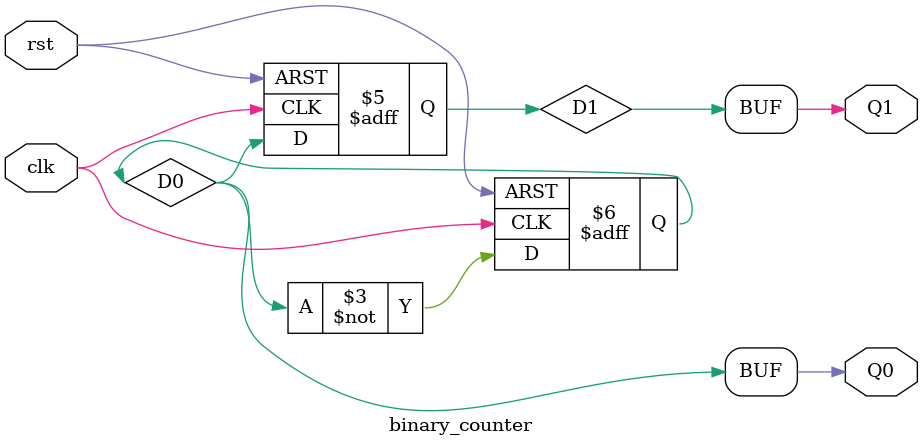
<source format=v>
module binary_counter (
    input clk,
    input rst,
    output reg Q1,
    output reg Q0
);

    reg D1, D0;

    always @ (posedge clk or negedge rst) begin
        if (!rst) begin
            D1 <= 1'b0;
            D0 <= 1'b0;
        end else begin
            D1 <= Q0;
            D0 <= ~Q0;
        end
    end

    always @*
    begin
        Q1 = D1;
        Q0 = D0;
    end

endmodule
</source>
